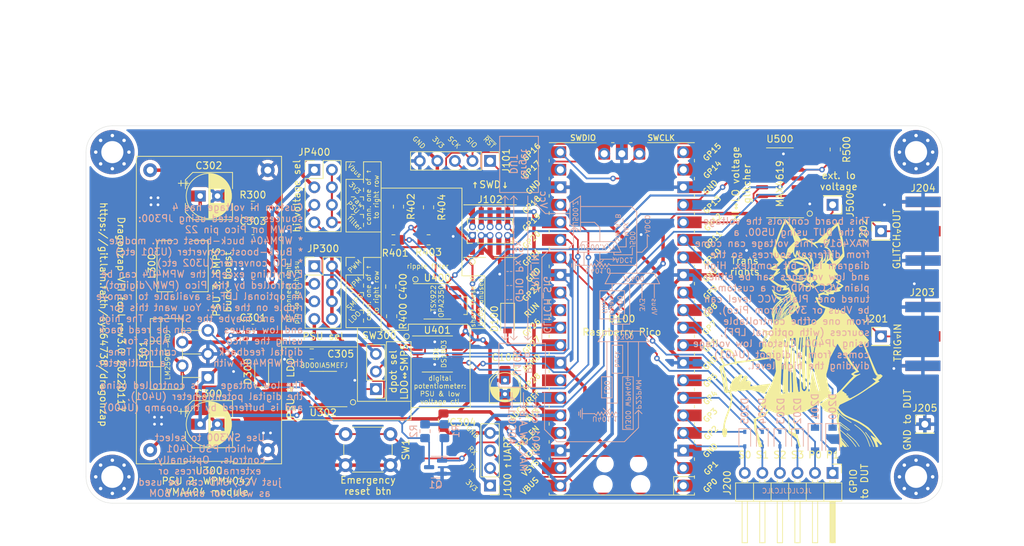
<source format=kicad_pcb>
(kicad_pcb (version 20211014) (generator pcbnew)

  (general
    (thickness 1.6)
  )

  (paper "A4")
  (layers
    (0 "F.Cu" signal)
    (31 "B.Cu" signal)
    (32 "B.Adhes" user "B.Adhesive")
    (33 "F.Adhes" user "F.Adhesive")
    (34 "B.Paste" user)
    (35 "F.Paste" user)
    (36 "B.SilkS" user "B.Silkscreen")
    (37 "F.SilkS" user "F.Silkscreen")
    (38 "B.Mask" user)
    (39 "F.Mask" user)
    (40 "Dwgs.User" user "User.Drawings")
    (41 "Cmts.User" user "User.Comments")
    (42 "Eco1.User" user "User.Eco1")
    (43 "Eco2.User" user "User.Eco2")
    (44 "Edge.Cuts" user)
    (45 "Margin" user)
    (46 "B.CrtYd" user "B.Courtyard")
    (47 "F.CrtYd" user "F.Courtyard")
    (48 "B.Fab" user)
    (49 "F.Fab" user)
  )

  (setup
    (stackup
      (layer "F.SilkS" (type "Top Silk Screen"))
      (layer "F.Paste" (type "Top Solder Paste"))
      (layer "F.Mask" (type "Top Solder Mask") (thickness 0.01))
      (layer "F.Cu" (type "copper") (thickness 0.035))
      (layer "dielectric 1" (type "core") (thickness 1.51) (material "FR4") (epsilon_r 4.5) (loss_tangent 0.02))
      (layer "B.Cu" (type "copper") (thickness 0.035))
      (layer "B.Mask" (type "Bottom Solder Mask") (thickness 0.01))
      (layer "B.Paste" (type "Bottom Solder Paste"))
      (layer "B.SilkS" (type "Bottom Silk Screen"))
      (copper_finish "None")
      (dielectric_constraints no)
    )
    (pad_to_mask_clearance 0)
    (pcbplotparams
      (layerselection 0x00010fc_ffffffff)
      (disableapertmacros false)
      (usegerberextensions false)
      (usegerberattributes true)
      (usegerberadvancedattributes true)
      (creategerberjobfile true)
      (svguseinch false)
      (svgprecision 6)
      (excludeedgelayer true)
      (plotframeref false)
      (viasonmask false)
      (mode 1)
      (useauxorigin false)
      (hpglpennumber 1)
      (hpglpenspeed 20)
      (hpglpendiameter 15.000000)
      (dxfpolygonmode true)
      (dxfimperialunits true)
      (dxfusepcbnewfont true)
      (psnegative false)
      (psa4output false)
      (plotreference true)
      (plotvalue true)
      (plotinvisibletext false)
      (sketchpadsonfab false)
      (subtractmaskfromsilk false)
      (outputformat 1)
      (mirror false)
      (drillshape 0)
      (scaleselection 1)
      (outputdirectory "dragonzap/gerber/")
    )
  )

  (net 0 "")
  (net 1 "GND")
  (net 2 "VBUS")
  (net 3 "+3V3")
  (net 4 "+3.3VADC")
  (net 5 "Net-(D100-Pad1)")
  (net 6 "UART_RX")
  (net 7 "UART_TX")
  (net 8 "/controller/SWDIO")
  (net 9 "/controller/SWCLK")
  (net 10 "unconnected-(J102-Pad8)")
  (net 11 "unconnected-(J102-Pad7)")
  (net 12 "unconnected-(J102-Pad6)")
  (net 13 "GPIO_P0D")
  (net 14 "GPIO_P0W")
  (net 15 "GPIO_P1D")
  (net 16 "GPIO_P1W")
  (net 17 "TRIG_IN")
  (net 18 "GLITCH_OUT")
  (net 19 "P22PWM")
  (net 20 "ADC0")
  (net 21 "ADC1")
  (net 22 "/psu/FB_LDO")
  (net 23 "/psu/FB_SMPS")
  (net 24 "GPIO_S3W")
  (net 25 "GPIO_S3D")
  (net 26 "GPIO_S2W")
  (net 27 "GPIO_S2D")
  (net 28 "GPIO_S1W")
  (net 29 "GPIO_S1D")
  (net 30 "GPIO_S0W")
  (net 31 "GPIO_S0D")
  (net 32 "DPOT_DAT")
  (net 33 "DPOT_CLK")
  (net 34 "unconnected-(U100-Pad22)")
  (net 35 "MAX_SW_B")
  (net 36 "MAX_SW_A")
  (net 37 "MAX_EN")
  (net 38 "DPOT_HI")
  (net 39 "Net-(C400-Pad1)")
  (net 40 "Net-(D300-Pad1)")
  (net 41 "Vdcflt")
  (net 42 "Vdclo")
  (net 43 "GLITCH_SIG")
  (net 44 "DPOT_W")
  (net 45 "Net-(J500-Pad1)")
  (net 46 "DPOT_LO")
  (net 47 "unconnected-(U100-Pad30)")
  (net 48 "Net-(JP400-Pad4)")
  (net 49 "Net-(JP300-Pad2)")
  (net 50 "Net-(C302-Pad1)")
  (net 51 "Net-(C305-Pad1)")
  (net 52 "EMERG_SHDN")
  (net 53 "~{EMERG_SHDN}")
  (net 54 "unconnected-(U100-Pad34)")
  (net 55 "unconnected-(U100-Pad39)")
  (net 56 "unconnected-(U302-Pad4)")
  (net 57 "unconnected-(U302-Pad6)")
  (net 58 "Net-(R403-Pad1)")
  (net 59 "unconnected-(U302-Pad7)")
  (net 60 "unconnected-(U401-Pad13)")
  (net 61 "Net-(U500-Pad13)")
  (net 62 "/glitchout/Vdclo_def")

  (footprint "MCU_RaspberryPi_and_Boards:RPi_Pico_SMD_TH" (layer "F.Cu") (at 157.48 83.82 180))

  (footprint "Connector_PinHeader_2.54mm:PinHeader_1x04_P2.54mm_Vertical" (layer "F.Cu") (at 138.43 107.95 180))

  (footprint "Resistor_SMD:R_0805_2012Metric_Pad1.20x1.40mm_HandSolder" (layer "F.Cu") (at 129.54 67.675 90))

  (footprint "Capacitor_SMD:CP_Elec_6.3x5.3" (layer "F.Cu") (at 97.79 66.04))

  (footprint "Resistor_SMD:R_0805_2012Metric_Pad1.20x1.40mm_HandSolder" (layer "F.Cu") (at 124.46 72.39))

  (footprint "Package_SO:SO-8_3.9x4.9mm_P1.27mm" (layer "F.Cu") (at 130.81 81.28))

  (footprint "Capacitor_THT:CP_Radial_D6.3mm_P2.50mm" (layer "F.Cu") (at 96.52 66.04))

  (footprint "Capacitor_SMD:C_0805_2012Metric_Pad1.18x1.45mm_HandSolder" (layer "F.Cu") (at 131.699 98.552 -90))

  (footprint "Package_SO:HSOP-8-1EP_3.9x4.9mm_P1.27mm_EP2.41x3.1mm" (layer "F.Cu") (at 114.3 93.98 180))

  (footprint "Capacitor_SMD:CP_Elec_4x3.9" (layer "F.Cu") (at 140.589 93.726 -90))

  (footprint "Diode_SMD:D_SOD-123" (layer "F.Cu") (at 105.41 91.44 90))

  (footprint "Connector_PinHeader_2.54mm:PinHeader_1x01_P2.54mm_Vertical" (layer "F.Cu") (at 194.945 71.12))

  (footprint "Button_Switch_THT:SW_PUSH_6mm" (layer "F.Cu") (at 117.527 100.493))

  (footprint "Connector_PinHeader_2.54mm:PinHeader_1x06_P2.54mm_Horizontal" (layer "F.Cu") (at 187.96 106.115 -90))

  (footprint "Resistor_SMD:R_0805_2012Metric_Pad1.20x1.40mm_HandSolder" (layer "F.Cu") (at 124.206 83.439 -90))

  (footprint "Capacitor_SMD:C_0603_1608Metric_Pad1.08x0.95mm_HandSolder" (layer "F.Cu") (at 104.14 85.09))

  (footprint "Connector_PinHeader_2.54mm:PinHeader_1x05_P2.54mm_Vertical" (layer "F.Cu") (at 138.43 60.96 -90))

  (footprint "Connector_PinHeader_2.54mm:PinHeader_1x03_P2.54mm_Vertical" (layer "F.Cu") (at 121.92 93.98 180))

  (footprint "Inductor_SMD:L_7.3x7.3_H4.5" (layer "F.Cu") (at 93.98 76.2 90))

  (footprint "Package_SO:TSSOP-14_4.4x5mm_P0.65mm" (layer "F.Cu") (at 130.81 88.9))

  (footprint "Package_SO:SO-16_3.9x9.9mm_P1.27mm" (layer "F.Cu") (at 180.34 64.135 180))

  (footprint "Capacitor_THT:CP_Radial_D4.0mm_P2.00mm" (layer "F.Cu") (at 140.589 92.71 -90))

  (footprint "MountingHole:MountingHole_3.2mm_M3_Pad_Via" (layer "F.Cu") (at 83.82 106.68))

  (footprint "MountingHole:MountingHole_3.2mm_M3_Pad_Via" (layer "F.Cu") (at 83.82 59.69))

  (footprint "Capacitor_SMD:C_0603_1608Metric_Pad1.08x0.95mm_HandSolder" (layer "F.Cu") (at 104.14 71.12))

  (footprint "Connector_PinHeader_2.54mm:PinHeader_1x01_P2.54mm_Vertical" (layer "F.Cu") (at 201.295 99.06))

  (footprint "Package_TO_SOT_THT:TO-220-5_P3.4x3.7mm_StaggerOdd_Lead3.8mm_Vertical" (layer "F.Cu") (at 97.63 92.3 90))

  (footprint "Connector_PinHeader_2.54mm:PinHeader_1x01_P2.54mm_Vertical" (layer "F.Cu") (at 187.96 67.31 180))

  (footprint "Resistor_SMD:R_0805_2012Metric_Pad1.20x1.40mm_HandSolder" (layer "F.Cu") (at 129.54 72.39 180))

  (footprint "Diode_SMD:D_SOD-123" (layer "F.Cu") (at 140.97 83.82 -90))

  (footprint "Capacitor_SMD:C_0805_2012Metric_Pad1.18x1.45mm_HandSolder" (layer "F.Cu") (at 112.649 88.9 180))

  (footprint "Connector_Coaxial:SMA_Amphenol_132289_EdgeMount" (layer "F.Cu")
    (tedit 5A1C1810) (tstamp ad437278-bbd2-4a43-99cb-51e51762a8d3)
    (at 201.041 71.138)
    (descr "http://www.amphenolrf.com/132289.html")
    (tags "SMA")
    (property "Sheetfile" "gpio.kicad_sch")
    (property "Sheetname" "gpio")
    (path "/00000000-0000-0000-0000-000061ca9826/00000000-0000-0000-0000-0000624c0685")
    (attr smd)
    (fp_text reference "J204" (at 0 -6.241 180) (layer "F.SilkS")
      (effects (font (size 1 1) (thickness 0.15)))
      (tstamp 22d464c6-72d8-4902-9692-dba24d8c5eeb)
    )
    (fp_text value "Conn_01x01_MountingPin" (at 5 6) (layer "F.Fab")
      (effects (font (size 1 1) (thickness 0.15)))
      (tstamp c85fb29b-e3d6-4265-ad84-81d343ae4cfc)
    )
    (fp_text user "${REFERENCE}" (at 4.79 0 270) (layer "F.Fab")
      (effects (font (size 1 1) (thickness 0.15)))
      (tstamp 84f175d8-d76a-4264-bb1f-60bedf52fd39)
    )
    (fp_line (start -3.21 0) (end -3.71 -0.25) (layer "F.SilkS") (width 0.12) (tstamp 13c521bd-63f5-42a8-ad69-2c85482b225a))
    (fp_line (start -3.71 -0.25) (end -3.71 0.25) (layer "F.SilkS") (width 0.12) (tstamp 8c3aef16-78ad-446d-98dc-ff48ffd791f4))
    (fp_line (start -3.71 0.25) (end -3.21 0) (layer "F.SilkS") (width 0.12) (tstamp b081b074-3171-4535-9bf1-f0e71da78e2a))
    (fp_line (start -3.04 5.58) (end -3.04 -5.58) (layer "B.CrtYd") (width 0.05) (tstamp 0730adea-81a1-4a16-b234-8593e2de6ad4))
    (fp_line (start 14.47 5.58) (end -3.04 5.58) (layer "B.CrtYd") (width 0.05) (tstamp 51aecb44-b850-4b4f-a730-eacda830621c))
    (fp_line (start 14.47 -5.58) (end 14.47 5.58) (layer "B.CrtYd") (width 0.05) (tstamp 5595eeb4-f057-40f7-9141-b39aabd80bc8))
    (fp_line (start 14.47 -5.58) (end -3.04 -5.58) (layer "B.CrtYd") (width 0.05) (tstamp 7fbbbf87-4e3a-48ce-b9e3-cd5e8e67af8d))
    (fp_line (start 14.47 5.58) (end -3.04 5.58) (layer "F.CrtYd") (width 0.05) (tstamp 0e39d3d8-acd4-43a2-867b-ce1cbe008d6b))
    (fp_line (start -3.04 5.58) (end -3.04 -5.58) (layer "F.CrtYd") (width 0.05) (tstamp 3678b294-5dc1-47d3-aab2-57d30c7b7570))
    (fp_line (start 14.47 -5.58) (end -3.04 -5.58) (layer "F.CrtYd") (width 0.05) (tstamp b9035079-28fb-4a9c-98bd-0c7f8ab4051f))
    (fp_line (start 14.47 -5.58) (end 14.47 5.58) (layer "F.CrtYd") (width 0.05) (tstamp fd930f2f-d108-4483-b61d-e7a018d24a0f))
    (fp_line (start 4.445 -3.81) (end 4.445 -5.08) (layer "F.Fab") (width 0.1) (tstamp 0635dfd8-d7e2-40a9-bba4-3a99e6aa65d4))
    (fp_line (start -1.91 -3.81) (end 2.54 -3.81) (layer "F.Fab") (width 0.1) (tstamp 0f7a0b01-3bd7-4d47-8f4f-f5f519d4669a))
    (fp_line (start -1.91 5.08) (end 4.445 5.08) (layer "F.Fab") (width 0.1) (tstamp 0fbee6bf-201a-4b6d-b6b4-996362b817b1))
    (fp_line (start -1.91 -5.08) (end -1.91 -3.81) (layer "F.Fab") (width 0.1) (tstamp 11dd97ea-df12-412f-8842-dd7795014d43))
    (fp_line (start 4.445 5.08) (end 4.445 3.81) (layer "F.Fab") (width 0.1) (tstamp 151c5cb7-74e1-4c8d-8361-e8d2297b52d1))
    (fp_line (start -1.91 -5.08) (end 4.445 -5.08) (layer "F.Fab") (width 0.1) (tstamp 15cf2775-cba9-4f59-96ea-352d97da57e8))
    (fp_line (start 2.54 3.81) (end -1.91 3.81) (layer "F.Fab") (width 0.1) (tstamp 3d945047-48f0-4d4f-aee4-b410e2bf9bea))
    (fp_line (start -1.91 3.81) (end -1.91 5.08) (layer "F.Fab") (width 0.1) (tstamp 5ca4bd45-1787-4312-83c0-a3f1408075fd))
    (fp_line (start 2.54 -0.75) (end 3.54 0) (layer "F.Fab") (width 0.1) (tstamp bcb0961d-37ce-4b05-8ef8-01898062ff20))
    (fp_line (start 4.445 -3.81) (end 13.97 -3.81) (layer "F.Fab") (width 0.1) (tstamp dbf747b7-ed74-47d7-a612-ad23bc343f73))
    (fp_line (start 2.54 -3.81) (end 2.54 3.81) (layer "F.Fab") (width 0.1) (tstamp dd844173-7319-421c-a691-361e86ee9e3c))
    (fp_line (start 13.97 3.81) (end 4.445 3.81) (layer "F.Fab") (width 0.1) (tstamp e73f775d-6244-4d4a-88d8-4f672a86b2e0)
... [997893 chars truncated]
</source>
